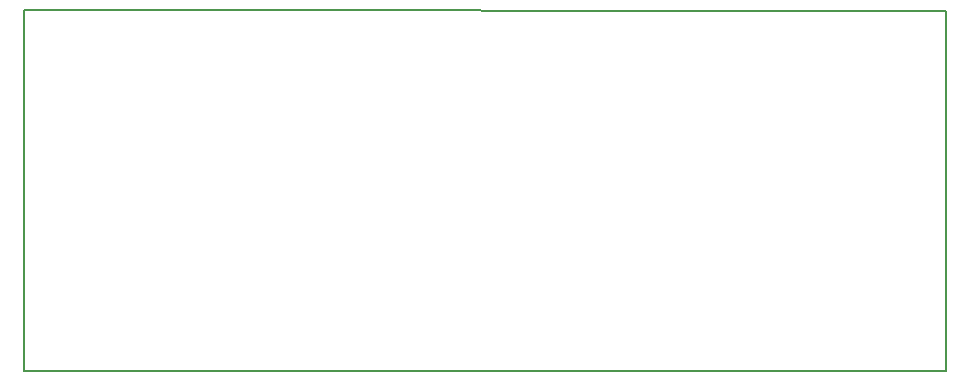
<source format=gm1>
G04 #@! TF.GenerationSoftware,KiCad,Pcbnew,(5.0.0)*
G04 #@! TF.CreationDate,2018-11-19T16:02:34+01:00*
G04 #@! TF.ProjectId,Corona_tubeBoard,436F726F6E615F74756265426F617264,1*
G04 #@! TF.SameCoordinates,Original*
G04 #@! TF.FileFunction,Profile,NP*
%FSLAX46Y46*%
G04 Gerber Fmt 4.6, Leading zero omitted, Abs format (unit mm)*
G04 Created by KiCad (PCBNEW (5.0.0)) date 11/19/18 16:02:34*
%MOMM*%
%LPD*%
G01*
G04 APERTURE LIST*
%ADD10C,0.200000*%
G04 APERTURE END LIST*
D10*
X0Y-30500000D02*
X78000000Y-30500000D01*
X78000000Y0D02*
X78000000Y-30500000D01*
X0Y-30500000D02*
X0Y30000D01*
X0Y30000D02*
X78000000Y0D01*
M02*

</source>
